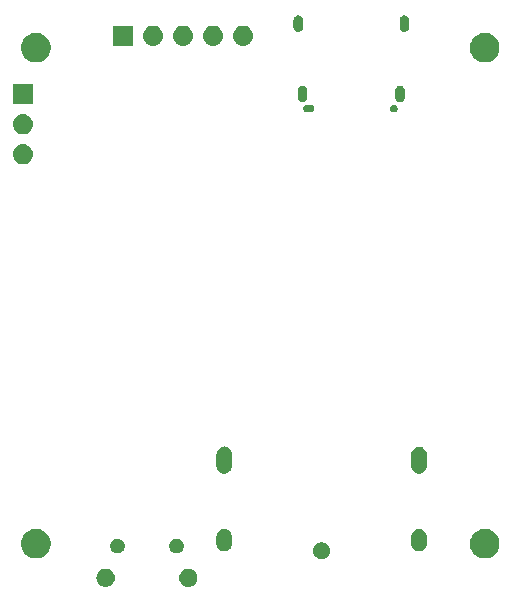
<source format=gbr>
G04 #@! TF.GenerationSoftware,KiCad,Pcbnew,(5.0.0-rc3)*
G04 #@! TF.CreationDate,2019-02-20T01:37:15+01:00*
G04 #@! TF.ProjectId,Adapter,416461707465722E6B696361645F7063,rev?*
G04 #@! TF.SameCoordinates,Original*
G04 #@! TF.FileFunction,Soldermask,Bot*
G04 #@! TF.FilePolarity,Negative*
%FSLAX46Y46*%
G04 Gerber Fmt 4.6, Leading zero omitted, Abs format (unit mm)*
G04 Created by KiCad (PCBNEW (5.0.0-rc3)) date Wed Feb 20 01:37:15 2019*
%MOMM*%
%LPD*%
G01*
G04 APERTURE LIST*
%ADD10C,0.100000*%
G04 APERTURE END LIST*
D10*
G36*
X42551928Y-82136214D02*
X42698014Y-82180529D01*
X42832650Y-82252493D01*
X42950659Y-82349341D01*
X43047507Y-82467350D01*
X43119471Y-82601986D01*
X43163786Y-82748072D01*
X43178749Y-82900000D01*
X43163786Y-83051928D01*
X43119471Y-83198014D01*
X43047507Y-83332650D01*
X42950659Y-83450659D01*
X42832650Y-83547507D01*
X42698014Y-83619471D01*
X42551928Y-83663786D01*
X42438067Y-83675000D01*
X42361933Y-83675000D01*
X42248072Y-83663786D01*
X42101986Y-83619471D01*
X41967350Y-83547507D01*
X41849341Y-83450659D01*
X41752493Y-83332650D01*
X41680529Y-83198014D01*
X41636214Y-83051928D01*
X41621251Y-82900000D01*
X41636214Y-82748072D01*
X41680529Y-82601986D01*
X41752493Y-82467350D01*
X41849341Y-82349341D01*
X41967350Y-82252493D01*
X42101986Y-82180529D01*
X42248072Y-82136214D01*
X42361933Y-82125000D01*
X42438067Y-82125000D01*
X42551928Y-82136214D01*
X42551928Y-82136214D01*
G37*
G36*
X35551928Y-82136214D02*
X35698014Y-82180529D01*
X35832650Y-82252493D01*
X35950659Y-82349341D01*
X36047507Y-82467350D01*
X36119471Y-82601986D01*
X36163786Y-82748072D01*
X36178749Y-82900000D01*
X36163786Y-83051928D01*
X36119471Y-83198014D01*
X36047507Y-83332650D01*
X35950659Y-83450659D01*
X35832650Y-83547507D01*
X35698014Y-83619471D01*
X35551928Y-83663786D01*
X35438067Y-83675000D01*
X35361933Y-83675000D01*
X35248072Y-83663786D01*
X35101986Y-83619471D01*
X34967350Y-83547507D01*
X34849341Y-83450659D01*
X34752493Y-83332650D01*
X34680529Y-83198014D01*
X34636214Y-83051928D01*
X34621251Y-82900000D01*
X34636214Y-82748072D01*
X34680529Y-82601986D01*
X34752493Y-82467350D01*
X34849341Y-82349341D01*
X34967350Y-82252493D01*
X35101986Y-82180529D01*
X35248072Y-82136214D01*
X35361933Y-82125000D01*
X35438067Y-82125000D01*
X35551928Y-82136214D01*
X35551928Y-82136214D01*
G37*
G36*
X53816594Y-79885924D02*
X53900635Y-79902641D01*
X54032576Y-79957293D01*
X54032577Y-79957294D01*
X54151324Y-80036638D01*
X54252302Y-80137616D01*
X54252304Y-80137619D01*
X54331647Y-80256364D01*
X54386299Y-80388305D01*
X54414160Y-80528374D01*
X54414160Y-80671186D01*
X54386299Y-80811255D01*
X54331647Y-80943196D01*
X54313110Y-80970938D01*
X54252302Y-81061944D01*
X54151324Y-81162922D01*
X54151321Y-81162924D01*
X54032576Y-81242267D01*
X53900635Y-81296919D01*
X53816594Y-81313636D01*
X53760568Y-81324780D01*
X53617752Y-81324780D01*
X53561726Y-81313636D01*
X53477685Y-81296919D01*
X53345744Y-81242267D01*
X53226999Y-81162924D01*
X53226996Y-81162922D01*
X53126018Y-81061944D01*
X53065210Y-80970938D01*
X53046673Y-80943196D01*
X52992021Y-80811255D01*
X52964160Y-80671186D01*
X52964160Y-80528374D01*
X52992021Y-80388305D01*
X53046673Y-80256364D01*
X53126016Y-80137619D01*
X53126018Y-80137616D01*
X53226996Y-80036638D01*
X53345743Y-79957294D01*
X53345744Y-79957293D01*
X53477685Y-79902641D01*
X53561726Y-79885924D01*
X53617752Y-79874780D01*
X53760568Y-79874780D01*
X53816594Y-79885924D01*
X53816594Y-79885924D01*
G37*
G36*
X29864612Y-78798037D02*
X30092096Y-78892264D01*
X30296831Y-79029064D01*
X30470936Y-79203169D01*
X30607736Y-79407904D01*
X30701963Y-79635388D01*
X30750000Y-79876885D01*
X30750000Y-80123115D01*
X30701963Y-80364612D01*
X30607736Y-80592096D01*
X30470936Y-80796831D01*
X30296831Y-80970936D01*
X30092096Y-81107736D01*
X29864612Y-81201963D01*
X29623115Y-81250000D01*
X29376885Y-81250000D01*
X29135388Y-81201963D01*
X28907904Y-81107736D01*
X28703169Y-80970936D01*
X28529064Y-80796831D01*
X28392264Y-80592096D01*
X28298037Y-80364612D01*
X28250000Y-80123115D01*
X28250000Y-79876885D01*
X28298037Y-79635388D01*
X28392264Y-79407904D01*
X28529064Y-79203169D01*
X28703169Y-79029064D01*
X28907904Y-78892264D01*
X29135388Y-78798037D01*
X29376885Y-78750000D01*
X29623115Y-78750000D01*
X29864612Y-78798037D01*
X29864612Y-78798037D01*
G37*
G36*
X67864612Y-78798037D02*
X68092096Y-78892264D01*
X68296831Y-79029064D01*
X68470936Y-79203169D01*
X68607736Y-79407904D01*
X68701963Y-79635388D01*
X68750000Y-79876885D01*
X68750000Y-80123115D01*
X68701963Y-80364612D01*
X68607736Y-80592096D01*
X68470936Y-80796831D01*
X68296831Y-80970936D01*
X68092096Y-81107736D01*
X67864612Y-81201963D01*
X67623115Y-81250000D01*
X67376885Y-81250000D01*
X67135388Y-81201963D01*
X66907904Y-81107736D01*
X66703169Y-80970936D01*
X66529064Y-80796831D01*
X66392264Y-80592096D01*
X66298037Y-80364612D01*
X66250000Y-80123115D01*
X66250000Y-79876885D01*
X66298037Y-79635388D01*
X66392264Y-79407904D01*
X66529064Y-79203169D01*
X66703169Y-79029064D01*
X66907904Y-78892264D01*
X67135388Y-78798037D01*
X67376885Y-78750000D01*
X67623115Y-78750000D01*
X67864612Y-78798037D01*
X67864612Y-78798037D01*
G37*
G36*
X41522521Y-79584043D02*
X41640334Y-79619781D01*
X41748911Y-79677817D01*
X41844080Y-79755920D01*
X41922183Y-79851089D01*
X41980219Y-79959666D01*
X42015957Y-80077479D01*
X42028024Y-80200000D01*
X42015957Y-80322521D01*
X41980219Y-80440334D01*
X41922183Y-80548911D01*
X41844080Y-80644080D01*
X41748911Y-80722183D01*
X41640334Y-80780219D01*
X41522521Y-80815957D01*
X41430704Y-80825000D01*
X41369296Y-80825000D01*
X41277479Y-80815957D01*
X41159666Y-80780219D01*
X41051089Y-80722183D01*
X40955920Y-80644080D01*
X40877817Y-80548911D01*
X40819781Y-80440334D01*
X40784043Y-80322521D01*
X40771976Y-80200000D01*
X40784043Y-80077479D01*
X40819781Y-79959666D01*
X40877817Y-79851089D01*
X40955920Y-79755920D01*
X41051089Y-79677817D01*
X41159666Y-79619781D01*
X41277479Y-79584043D01*
X41369296Y-79575000D01*
X41430704Y-79575000D01*
X41522521Y-79584043D01*
X41522521Y-79584043D01*
G37*
G36*
X36522521Y-79584043D02*
X36640334Y-79619781D01*
X36748911Y-79677817D01*
X36844080Y-79755920D01*
X36922183Y-79851089D01*
X36980219Y-79959666D01*
X37015957Y-80077479D01*
X37028024Y-80200000D01*
X37015957Y-80322521D01*
X36980219Y-80440334D01*
X36922183Y-80548911D01*
X36844080Y-80644080D01*
X36748911Y-80722183D01*
X36640334Y-80780219D01*
X36522521Y-80815957D01*
X36430704Y-80825000D01*
X36369296Y-80825000D01*
X36277479Y-80815957D01*
X36159666Y-80780219D01*
X36051089Y-80722183D01*
X35955920Y-80644080D01*
X35877817Y-80548911D01*
X35819781Y-80440334D01*
X35784043Y-80322521D01*
X35771976Y-80200000D01*
X35784043Y-80077479D01*
X35819781Y-79959666D01*
X35877817Y-79851089D01*
X35955920Y-79755920D01*
X36051089Y-79677817D01*
X36159666Y-79619781D01*
X36277479Y-79584043D01*
X36369296Y-79575000D01*
X36430704Y-79575000D01*
X36522521Y-79584043D01*
X36522521Y-79584043D01*
G37*
G36*
X45555157Y-78758060D02*
X45566582Y-78759185D01*
X45627844Y-78777769D01*
X45689107Y-78796353D01*
X45753937Y-78831005D01*
X45802024Y-78856708D01*
X45802025Y-78856709D01*
X45802027Y-78856710D01*
X45901003Y-78937937D01*
X45982230Y-79036912D01*
X46042587Y-79149832D01*
X46079755Y-79272358D01*
X46089160Y-79367848D01*
X46089160Y-80031712D01*
X46079755Y-80127202D01*
X46042587Y-80249728D01*
X45982230Y-80362648D01*
X45901003Y-80461623D01*
X45802028Y-80542850D01*
X45689108Y-80603207D01*
X45627845Y-80621791D01*
X45566583Y-80640375D01*
X45555158Y-80641500D01*
X45439160Y-80652925D01*
X45323163Y-80641500D01*
X45311738Y-80640375D01*
X45250476Y-80621791D01*
X45189213Y-80603207D01*
X45076293Y-80542850D01*
X44977318Y-80461623D01*
X44896091Y-80362648D01*
X44835733Y-80249728D01*
X44798565Y-80127202D01*
X44789160Y-80031712D01*
X44789160Y-79367849D01*
X44798565Y-79272359D01*
X44798566Y-79272357D01*
X44835733Y-79149834D01*
X44835733Y-79149833D01*
X44896090Y-79036913D01*
X44977317Y-78937937D01*
X45076292Y-78856710D01*
X45189212Y-78796353D01*
X45250475Y-78777769D01*
X45311737Y-78759185D01*
X45323162Y-78758060D01*
X45439160Y-78746635D01*
X45555157Y-78758060D01*
X45555157Y-78758060D01*
G37*
G36*
X62055157Y-78758060D02*
X62066582Y-78759185D01*
X62127844Y-78777769D01*
X62189107Y-78796353D01*
X62253937Y-78831005D01*
X62302024Y-78856708D01*
X62302025Y-78856709D01*
X62302027Y-78856710D01*
X62401003Y-78937937D01*
X62482230Y-79036912D01*
X62542587Y-79149832D01*
X62579755Y-79272358D01*
X62589160Y-79367848D01*
X62589160Y-80031712D01*
X62579755Y-80127202D01*
X62542587Y-80249728D01*
X62482230Y-80362648D01*
X62401003Y-80461623D01*
X62302028Y-80542850D01*
X62189108Y-80603207D01*
X62127845Y-80621791D01*
X62066583Y-80640375D01*
X62055158Y-80641500D01*
X61939160Y-80652925D01*
X61823163Y-80641500D01*
X61811738Y-80640375D01*
X61750476Y-80621791D01*
X61689213Y-80603207D01*
X61576293Y-80542850D01*
X61477318Y-80461623D01*
X61396091Y-80362648D01*
X61335733Y-80249728D01*
X61298565Y-80127202D01*
X61289160Y-80031712D01*
X61289160Y-79367849D01*
X61298565Y-79272359D01*
X61298566Y-79272357D01*
X61335733Y-79149834D01*
X61335733Y-79149833D01*
X61396090Y-79036913D01*
X61477317Y-78937937D01*
X61576292Y-78856710D01*
X61689212Y-78796353D01*
X61750475Y-78777769D01*
X61811737Y-78759185D01*
X61823162Y-78758060D01*
X61939160Y-78746635D01*
X62055157Y-78758060D01*
X62055157Y-78758060D01*
G37*
G36*
X45555157Y-71778060D02*
X45566582Y-71779185D01*
X45627844Y-71797769D01*
X45689107Y-71816353D01*
X45753937Y-71851005D01*
X45802024Y-71876708D01*
X45802025Y-71876709D01*
X45802027Y-71876710D01*
X45901003Y-71957937D01*
X45982230Y-72056912D01*
X46042587Y-72169832D01*
X46079755Y-72292358D01*
X46089160Y-72387848D01*
X46089160Y-73451712D01*
X46079755Y-73547202D01*
X46042587Y-73669728D01*
X45982230Y-73782648D01*
X45901003Y-73881623D01*
X45802028Y-73962850D01*
X45689108Y-74023207D01*
X45627845Y-74041791D01*
X45566583Y-74060375D01*
X45555158Y-74061500D01*
X45439160Y-74072925D01*
X45323163Y-74061500D01*
X45311738Y-74060375D01*
X45250476Y-74041791D01*
X45189213Y-74023207D01*
X45076293Y-73962850D01*
X44977318Y-73881623D01*
X44896091Y-73782648D01*
X44835734Y-73669728D01*
X44798566Y-73547202D01*
X44789161Y-73451712D01*
X44789160Y-72387849D01*
X44798565Y-72292359D01*
X44798566Y-72292357D01*
X44835733Y-72169834D01*
X44835733Y-72169833D01*
X44896090Y-72056913D01*
X44977317Y-71957937D01*
X45076292Y-71876710D01*
X45189212Y-71816353D01*
X45250475Y-71797769D01*
X45311737Y-71779185D01*
X45323162Y-71778060D01*
X45439160Y-71766635D01*
X45555157Y-71778060D01*
X45555157Y-71778060D01*
G37*
G36*
X62055157Y-71778060D02*
X62066582Y-71779185D01*
X62127844Y-71797769D01*
X62189107Y-71816353D01*
X62253937Y-71851005D01*
X62302024Y-71876708D01*
X62302025Y-71876709D01*
X62302027Y-71876710D01*
X62401003Y-71957937D01*
X62482230Y-72056912D01*
X62542587Y-72169832D01*
X62579755Y-72292358D01*
X62589160Y-72387848D01*
X62589160Y-73451712D01*
X62579755Y-73547202D01*
X62542587Y-73669728D01*
X62482230Y-73782648D01*
X62401003Y-73881623D01*
X62302028Y-73962850D01*
X62189108Y-74023207D01*
X62127845Y-74041791D01*
X62066583Y-74060375D01*
X62055158Y-74061500D01*
X61939160Y-74072925D01*
X61823163Y-74061500D01*
X61811738Y-74060375D01*
X61750476Y-74041791D01*
X61689213Y-74023207D01*
X61576293Y-73962850D01*
X61477318Y-73881623D01*
X61396091Y-73782648D01*
X61335734Y-73669728D01*
X61298566Y-73547202D01*
X61289161Y-73451712D01*
X61289160Y-72387849D01*
X61298565Y-72292359D01*
X61298566Y-72292357D01*
X61335733Y-72169834D01*
X61335733Y-72169833D01*
X61396090Y-72056913D01*
X61477317Y-71957937D01*
X61576292Y-71876710D01*
X61689212Y-71816353D01*
X61750475Y-71797769D01*
X61811737Y-71779185D01*
X61823162Y-71778060D01*
X61939160Y-71766635D01*
X62055157Y-71778060D01*
X62055157Y-71778060D01*
G37*
G36*
X28566630Y-46192299D02*
X28726855Y-46240903D01*
X28874520Y-46319831D01*
X29003949Y-46426051D01*
X29110169Y-46555480D01*
X29189097Y-46703145D01*
X29237701Y-46863370D01*
X29254112Y-47030000D01*
X29237701Y-47196630D01*
X29189097Y-47356855D01*
X29110169Y-47504520D01*
X29003949Y-47633949D01*
X28874520Y-47740169D01*
X28726855Y-47819097D01*
X28566630Y-47867701D01*
X28441752Y-47880000D01*
X28358248Y-47880000D01*
X28233370Y-47867701D01*
X28073145Y-47819097D01*
X27925480Y-47740169D01*
X27796051Y-47633949D01*
X27689831Y-47504520D01*
X27610903Y-47356855D01*
X27562299Y-47196630D01*
X27545888Y-47030000D01*
X27562299Y-46863370D01*
X27610903Y-46703145D01*
X27689831Y-46555480D01*
X27796051Y-46426051D01*
X27925480Y-46319831D01*
X28073145Y-46240903D01*
X28233370Y-46192299D01*
X28358248Y-46180000D01*
X28441752Y-46180000D01*
X28566630Y-46192299D01*
X28566630Y-46192299D01*
G37*
G36*
X28566630Y-43652299D02*
X28726855Y-43700903D01*
X28874520Y-43779831D01*
X29003949Y-43886051D01*
X29110169Y-44015480D01*
X29189097Y-44163145D01*
X29237701Y-44323370D01*
X29254112Y-44490000D01*
X29237701Y-44656630D01*
X29189097Y-44816855D01*
X29110169Y-44964520D01*
X29003949Y-45093949D01*
X28874520Y-45200169D01*
X28726855Y-45279097D01*
X28566630Y-45327701D01*
X28441752Y-45340000D01*
X28358248Y-45340000D01*
X28233370Y-45327701D01*
X28073145Y-45279097D01*
X27925480Y-45200169D01*
X27796051Y-45093949D01*
X27689831Y-44964520D01*
X27610903Y-44816855D01*
X27562299Y-44656630D01*
X27545888Y-44490000D01*
X27562299Y-44323370D01*
X27610903Y-44163145D01*
X27689831Y-44015480D01*
X27796051Y-43886051D01*
X27925480Y-43779831D01*
X28073145Y-43700903D01*
X28233370Y-43652299D01*
X28358248Y-43640000D01*
X28441752Y-43640000D01*
X28566630Y-43652299D01*
X28566630Y-43652299D01*
G37*
G36*
X59894799Y-42847489D02*
X59940543Y-42866437D01*
X59953941Y-42871986D01*
X59953942Y-42871987D01*
X59953945Y-42871988D01*
X60007176Y-42907556D01*
X60052444Y-42952824D01*
X60088012Y-43006055D01*
X60112511Y-43065201D01*
X60125000Y-43127990D01*
X60125000Y-43192010D01*
X60112511Y-43254799D01*
X60088012Y-43313945D01*
X60052444Y-43367176D01*
X60007176Y-43412444D01*
X59953945Y-43448012D01*
X59953942Y-43448013D01*
X59953941Y-43448014D01*
X59940543Y-43453563D01*
X59894799Y-43472511D01*
X59832010Y-43485000D01*
X59767990Y-43485000D01*
X59705201Y-43472511D01*
X59659457Y-43453563D01*
X59646059Y-43448014D01*
X59646058Y-43448013D01*
X59646055Y-43448012D01*
X59592824Y-43412444D01*
X59547556Y-43367176D01*
X59511988Y-43313945D01*
X59487489Y-43254799D01*
X59475000Y-43192010D01*
X59475000Y-43127990D01*
X59487489Y-43065201D01*
X59511988Y-43006055D01*
X59547556Y-42952824D01*
X59592824Y-42907556D01*
X59646055Y-42871988D01*
X59646058Y-42871987D01*
X59646059Y-42871986D01*
X59659457Y-42866437D01*
X59705201Y-42847489D01*
X59767990Y-42835000D01*
X59832010Y-42835000D01*
X59894799Y-42847489D01*
X59894799Y-42847489D01*
G37*
G36*
X52813712Y-42839702D02*
X52874972Y-42858285D01*
X52912614Y-42878406D01*
X52931434Y-42888465D01*
X52980921Y-42929079D01*
X53000409Y-42952824D01*
X53021534Y-42978565D01*
X53051715Y-43035028D01*
X53070298Y-43096288D01*
X53076572Y-43160000D01*
X53070298Y-43223712D01*
X53051715Y-43284972D01*
X53036230Y-43313941D01*
X53021535Y-43341434D01*
X52980921Y-43390921D01*
X52931434Y-43431535D01*
X52912614Y-43441594D01*
X52874972Y-43461715D01*
X52813712Y-43480298D01*
X52765965Y-43485000D01*
X52434035Y-43485000D01*
X52386288Y-43480298D01*
X52325028Y-43461715D01*
X52287386Y-43441594D01*
X52268566Y-43431535D01*
X52219079Y-43390921D01*
X52178465Y-43341434D01*
X52163770Y-43313941D01*
X52148285Y-43284972D01*
X52129702Y-43223712D01*
X52123428Y-43160000D01*
X52129702Y-43096288D01*
X52148285Y-43035028D01*
X52178466Y-42978565D01*
X52199592Y-42952824D01*
X52219079Y-42929079D01*
X52268566Y-42888465D01*
X52287386Y-42878406D01*
X52325028Y-42858285D01*
X52386288Y-42839702D01*
X52434035Y-42835000D01*
X52765965Y-42835000D01*
X52813712Y-42839702D01*
X52813712Y-42839702D01*
G37*
G36*
X29250000Y-42800000D02*
X27550000Y-42800000D01*
X27550000Y-41100000D01*
X29250000Y-41100000D01*
X29250000Y-42800000D01*
X29250000Y-42800000D01*
G37*
G36*
X52148414Y-41215788D02*
X52223814Y-41238660D01*
X52293303Y-41275803D01*
X52354211Y-41325789D01*
X52404197Y-41386697D01*
X52441340Y-41456186D01*
X52464212Y-41531586D01*
X52470000Y-41590353D01*
X52470000Y-42229647D01*
X52464212Y-42288414D01*
X52441340Y-42363814D01*
X52404197Y-42433303D01*
X52404195Y-42433305D01*
X52354211Y-42494211D01*
X52293304Y-42544197D01*
X52223817Y-42581338D01*
X52223813Y-42581340D01*
X52148413Y-42604212D01*
X52070000Y-42611935D01*
X51991586Y-42604212D01*
X51916186Y-42581340D01*
X51846697Y-42544197D01*
X51785789Y-42494211D01*
X51735803Y-42433304D01*
X51698662Y-42363817D01*
X51698661Y-42363814D01*
X51698660Y-42363813D01*
X51675788Y-42288413D01*
X51670000Y-42229646D01*
X51670000Y-41590355D01*
X51675789Y-41531588D01*
X51675789Y-41531586D01*
X51698661Y-41456186D01*
X51735804Y-41386697D01*
X51785790Y-41325789D01*
X51846698Y-41275803D01*
X51916187Y-41238660D01*
X51991587Y-41215788D01*
X52070000Y-41208065D01*
X52148414Y-41215788D01*
X52148414Y-41215788D01*
G37*
G36*
X60408414Y-41215788D02*
X60483814Y-41238660D01*
X60553303Y-41275803D01*
X60614211Y-41325789D01*
X60664197Y-41386697D01*
X60701340Y-41456186D01*
X60724212Y-41531586D01*
X60730000Y-41590353D01*
X60730000Y-42229647D01*
X60724212Y-42288414D01*
X60701340Y-42363814D01*
X60664197Y-42433303D01*
X60664195Y-42433305D01*
X60614211Y-42494211D01*
X60553304Y-42544197D01*
X60483817Y-42581338D01*
X60483813Y-42581340D01*
X60408413Y-42604212D01*
X60330000Y-42611935D01*
X60251586Y-42604212D01*
X60176186Y-42581340D01*
X60106697Y-42544197D01*
X60045789Y-42494211D01*
X59995803Y-42433304D01*
X59958662Y-42363817D01*
X59958661Y-42363814D01*
X59958660Y-42363813D01*
X59935788Y-42288413D01*
X59930000Y-42229646D01*
X59930000Y-41590355D01*
X59935789Y-41531588D01*
X59935789Y-41531586D01*
X59958661Y-41456186D01*
X59995804Y-41386697D01*
X60045790Y-41325789D01*
X60106698Y-41275803D01*
X60176187Y-41238660D01*
X60251587Y-41215788D01*
X60330000Y-41208065D01*
X60408414Y-41215788D01*
X60408414Y-41215788D01*
G37*
G36*
X29864612Y-36798037D02*
X30092096Y-36892264D01*
X30296831Y-37029064D01*
X30470936Y-37203169D01*
X30607736Y-37407904D01*
X30701963Y-37635388D01*
X30750000Y-37876885D01*
X30750000Y-38123115D01*
X30701963Y-38364612D01*
X30607736Y-38592096D01*
X30470936Y-38796831D01*
X30296831Y-38970936D01*
X30092096Y-39107736D01*
X29864612Y-39201963D01*
X29623115Y-39250000D01*
X29376885Y-39250000D01*
X29135388Y-39201963D01*
X28907904Y-39107736D01*
X28703169Y-38970936D01*
X28529064Y-38796831D01*
X28392264Y-38592096D01*
X28298037Y-38364612D01*
X28250000Y-38123115D01*
X28250000Y-37876885D01*
X28298037Y-37635388D01*
X28392264Y-37407904D01*
X28529064Y-37203169D01*
X28703169Y-37029064D01*
X28907904Y-36892264D01*
X29135388Y-36798037D01*
X29376885Y-36750000D01*
X29623115Y-36750000D01*
X29864612Y-36798037D01*
X29864612Y-36798037D01*
G37*
G36*
X67864612Y-36798037D02*
X68092096Y-36892264D01*
X68296831Y-37029064D01*
X68470936Y-37203169D01*
X68607736Y-37407904D01*
X68701963Y-37635388D01*
X68750000Y-37876885D01*
X68750000Y-38123115D01*
X68701963Y-38364612D01*
X68607736Y-38592096D01*
X68470936Y-38796831D01*
X68296831Y-38970936D01*
X68092096Y-39107736D01*
X67864612Y-39201963D01*
X67623115Y-39250000D01*
X67376885Y-39250000D01*
X67135388Y-39201963D01*
X66907904Y-39107736D01*
X66703169Y-38970936D01*
X66529064Y-38796831D01*
X66392264Y-38592096D01*
X66298037Y-38364612D01*
X66250000Y-38123115D01*
X66250000Y-37876885D01*
X66298037Y-37635388D01*
X66392264Y-37407904D01*
X66529064Y-37203169D01*
X66703169Y-37029064D01*
X66907904Y-36892264D01*
X67135388Y-36798037D01*
X67376885Y-36750000D01*
X67623115Y-36750000D01*
X67864612Y-36798037D01*
X67864612Y-36798037D01*
G37*
G36*
X39586630Y-36162299D02*
X39746855Y-36210903D01*
X39894520Y-36289831D01*
X40023949Y-36396051D01*
X40130169Y-36525480D01*
X40209097Y-36673145D01*
X40257701Y-36833370D01*
X40274112Y-37000000D01*
X40257701Y-37166630D01*
X40209097Y-37326855D01*
X40130169Y-37474520D01*
X40023949Y-37603949D01*
X39894520Y-37710169D01*
X39746855Y-37789097D01*
X39586630Y-37837701D01*
X39461752Y-37850000D01*
X39378248Y-37850000D01*
X39253370Y-37837701D01*
X39093145Y-37789097D01*
X38945480Y-37710169D01*
X38816051Y-37603949D01*
X38709831Y-37474520D01*
X38630903Y-37326855D01*
X38582299Y-37166630D01*
X38565888Y-37000000D01*
X38582299Y-36833370D01*
X38630903Y-36673145D01*
X38709831Y-36525480D01*
X38816051Y-36396051D01*
X38945480Y-36289831D01*
X39093145Y-36210903D01*
X39253370Y-36162299D01*
X39378248Y-36150000D01*
X39461752Y-36150000D01*
X39586630Y-36162299D01*
X39586630Y-36162299D01*
G37*
G36*
X47206630Y-36162299D02*
X47366855Y-36210903D01*
X47514520Y-36289831D01*
X47643949Y-36396051D01*
X47750169Y-36525480D01*
X47829097Y-36673145D01*
X47877701Y-36833370D01*
X47894112Y-37000000D01*
X47877701Y-37166630D01*
X47829097Y-37326855D01*
X47750169Y-37474520D01*
X47643949Y-37603949D01*
X47514520Y-37710169D01*
X47366855Y-37789097D01*
X47206630Y-37837701D01*
X47081752Y-37850000D01*
X46998248Y-37850000D01*
X46873370Y-37837701D01*
X46713145Y-37789097D01*
X46565480Y-37710169D01*
X46436051Y-37603949D01*
X46329831Y-37474520D01*
X46250903Y-37326855D01*
X46202299Y-37166630D01*
X46185888Y-37000000D01*
X46202299Y-36833370D01*
X46250903Y-36673145D01*
X46329831Y-36525480D01*
X46436051Y-36396051D01*
X46565480Y-36289831D01*
X46713145Y-36210903D01*
X46873370Y-36162299D01*
X46998248Y-36150000D01*
X47081752Y-36150000D01*
X47206630Y-36162299D01*
X47206630Y-36162299D01*
G37*
G36*
X44666630Y-36162299D02*
X44826855Y-36210903D01*
X44974520Y-36289831D01*
X45103949Y-36396051D01*
X45210169Y-36525480D01*
X45289097Y-36673145D01*
X45337701Y-36833370D01*
X45354112Y-37000000D01*
X45337701Y-37166630D01*
X45289097Y-37326855D01*
X45210169Y-37474520D01*
X45103949Y-37603949D01*
X44974520Y-37710169D01*
X44826855Y-37789097D01*
X44666630Y-37837701D01*
X44541752Y-37850000D01*
X44458248Y-37850000D01*
X44333370Y-37837701D01*
X44173145Y-37789097D01*
X44025480Y-37710169D01*
X43896051Y-37603949D01*
X43789831Y-37474520D01*
X43710903Y-37326855D01*
X43662299Y-37166630D01*
X43645888Y-37000000D01*
X43662299Y-36833370D01*
X43710903Y-36673145D01*
X43789831Y-36525480D01*
X43896051Y-36396051D01*
X44025480Y-36289831D01*
X44173145Y-36210903D01*
X44333370Y-36162299D01*
X44458248Y-36150000D01*
X44541752Y-36150000D01*
X44666630Y-36162299D01*
X44666630Y-36162299D01*
G37*
G36*
X42126630Y-36162299D02*
X42286855Y-36210903D01*
X42434520Y-36289831D01*
X42563949Y-36396051D01*
X42670169Y-36525480D01*
X42749097Y-36673145D01*
X42797701Y-36833370D01*
X42814112Y-37000000D01*
X42797701Y-37166630D01*
X42749097Y-37326855D01*
X42670169Y-37474520D01*
X42563949Y-37603949D01*
X42434520Y-37710169D01*
X42286855Y-37789097D01*
X42126630Y-37837701D01*
X42001752Y-37850000D01*
X41918248Y-37850000D01*
X41793370Y-37837701D01*
X41633145Y-37789097D01*
X41485480Y-37710169D01*
X41356051Y-37603949D01*
X41249831Y-37474520D01*
X41170903Y-37326855D01*
X41122299Y-37166630D01*
X41105888Y-37000000D01*
X41122299Y-36833370D01*
X41170903Y-36673145D01*
X41249831Y-36525480D01*
X41356051Y-36396051D01*
X41485480Y-36289831D01*
X41633145Y-36210903D01*
X41793370Y-36162299D01*
X41918248Y-36150000D01*
X42001752Y-36150000D01*
X42126630Y-36162299D01*
X42126630Y-36162299D01*
G37*
G36*
X37730000Y-37850000D02*
X36030000Y-37850000D01*
X36030000Y-36150000D01*
X37730000Y-36150000D01*
X37730000Y-37850000D01*
X37730000Y-37850000D01*
G37*
G36*
X51788414Y-35265788D02*
X51863814Y-35288660D01*
X51933303Y-35325803D01*
X51994211Y-35375789D01*
X52044197Y-35436697D01*
X52081340Y-35506186D01*
X52104212Y-35581586D01*
X52110000Y-35640353D01*
X52110000Y-36279647D01*
X52104212Y-36338414D01*
X52081340Y-36413814D01*
X52044197Y-36483303D01*
X52044195Y-36483305D01*
X51994211Y-36544211D01*
X51933304Y-36594197D01*
X51863817Y-36631338D01*
X51863813Y-36631340D01*
X51788413Y-36654212D01*
X51710000Y-36661935D01*
X51631586Y-36654212D01*
X51556186Y-36631340D01*
X51486697Y-36594197D01*
X51425789Y-36544211D01*
X51375803Y-36483304D01*
X51338662Y-36413817D01*
X51338661Y-36413814D01*
X51338660Y-36413813D01*
X51315788Y-36338413D01*
X51310000Y-36279646D01*
X51310000Y-35640355D01*
X51315789Y-35581588D01*
X51315789Y-35581586D01*
X51338661Y-35506186D01*
X51375804Y-35436697D01*
X51425790Y-35375789D01*
X51486698Y-35325803D01*
X51556187Y-35288660D01*
X51631587Y-35265788D01*
X51710000Y-35258065D01*
X51788414Y-35265788D01*
X51788414Y-35265788D01*
G37*
G36*
X60768414Y-35265788D02*
X60843814Y-35288660D01*
X60913303Y-35325803D01*
X60974211Y-35375789D01*
X61024197Y-35436697D01*
X61061340Y-35506186D01*
X61084212Y-35581586D01*
X61090000Y-35640353D01*
X61090000Y-36279647D01*
X61084212Y-36338414D01*
X61061340Y-36413814D01*
X61024197Y-36483303D01*
X61024195Y-36483305D01*
X60974211Y-36544211D01*
X60913304Y-36594197D01*
X60843817Y-36631338D01*
X60843813Y-36631340D01*
X60768413Y-36654212D01*
X60690000Y-36661935D01*
X60611586Y-36654212D01*
X60536186Y-36631340D01*
X60466697Y-36594197D01*
X60405789Y-36544211D01*
X60355803Y-36483304D01*
X60318662Y-36413817D01*
X60318661Y-36413814D01*
X60318660Y-36413813D01*
X60295788Y-36338413D01*
X60290000Y-36279646D01*
X60290000Y-35640355D01*
X60295789Y-35581588D01*
X60295789Y-35581586D01*
X60318661Y-35506186D01*
X60355804Y-35436697D01*
X60405790Y-35375789D01*
X60466698Y-35325803D01*
X60536187Y-35288660D01*
X60611587Y-35265788D01*
X60690000Y-35258065D01*
X60768414Y-35265788D01*
X60768414Y-35265788D01*
G37*
M02*

</source>
